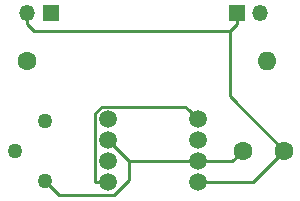
<source format=gbl>
G04 #@! TF.GenerationSoftware,KiCad,Pcbnew,(5.1.5)-3*
G04 #@! TF.CreationDate,2020-05-23T13:54:13+05:30*
G04 #@! TF.ProjectId,555 square wave,35353520-7371-4756-9172-652077617665,rev?*
G04 #@! TF.SameCoordinates,Original*
G04 #@! TF.FileFunction,Copper,L2,Bot*
G04 #@! TF.FilePolarity,Positive*
%FSLAX46Y46*%
G04 Gerber Fmt 4.6, Leading zero omitted, Abs format (unit mm)*
G04 Created by KiCad (PCBNEW (5.1.5)-3) date 2020-05-23 13:54:13*
%MOMM*%
%LPD*%
G04 APERTURE LIST*
%ADD10C,1.600000*%
%ADD11O,1.350000X1.350000*%
%ADD12R,1.350000X1.350000*%
%ADD13O,1.600000X1.600000*%
%ADD14C,1.260000*%
%ADD15C,1.500000*%
%ADD16C,0.250000*%
G04 APERTURE END LIST*
D10*
X138684000Y-102616000D03*
X142184000Y-102616000D03*
D11*
X120428000Y-90932000D03*
D12*
X122428000Y-90932000D03*
X138176000Y-90932000D03*
D11*
X140176000Y-90932000D03*
D13*
X140716000Y-94996000D03*
D10*
X120396000Y-94996000D03*
D14*
X121920000Y-105156000D03*
X119380000Y-102616000D03*
X121920000Y-100076000D03*
D15*
X134874000Y-99961000D03*
X127254000Y-99961000D03*
X134874000Y-101731000D03*
X127254000Y-101731000D03*
X134874000Y-103501000D03*
X127254000Y-103501000D03*
X134874000Y-105271000D03*
X127254000Y-105271000D03*
D16*
X137799000Y-103501000D02*
X138684000Y-102616000D01*
X134874000Y-103501000D02*
X137799000Y-103501000D01*
X129024000Y-103501000D02*
X127254000Y-101731000D01*
X134874000Y-103501000D02*
X129024000Y-103501000D01*
X127770001Y-106346001D02*
X129032000Y-105084002D01*
X121920000Y-105156000D02*
X123110001Y-106346001D01*
X123110001Y-106346001D02*
X127770001Y-106346001D01*
X129032000Y-103509000D02*
X129024000Y-103501000D01*
X129032000Y-105084002D02*
X129032000Y-103509000D01*
X120428000Y-91886594D02*
X120997406Y-92456000D01*
X120428000Y-90932000D02*
X120428000Y-91886594D01*
X137577000Y-92456000D02*
X138176000Y-91857000D01*
X138176000Y-91857000D02*
X138176000Y-90932000D01*
X120997406Y-92456000D02*
X137577000Y-92456000D01*
X137577000Y-98009000D02*
X142184000Y-102616000D01*
X137577000Y-92456000D02*
X137577000Y-98009000D01*
X139529000Y-105271000D02*
X142184000Y-102616000D01*
X134874000Y-105271000D02*
X139529000Y-105271000D01*
X134124001Y-99211001D02*
X134874000Y-99961000D01*
X133798999Y-98885999D02*
X134124001Y-99211001D01*
X126737999Y-98885999D02*
X133798999Y-98885999D01*
X126178999Y-99444999D02*
X126737999Y-98885999D01*
X126178999Y-105256659D02*
X126178999Y-99444999D01*
X126193340Y-105271000D02*
X126178999Y-105256659D01*
X127254000Y-105271000D02*
X126193340Y-105271000D01*
M02*

</source>
